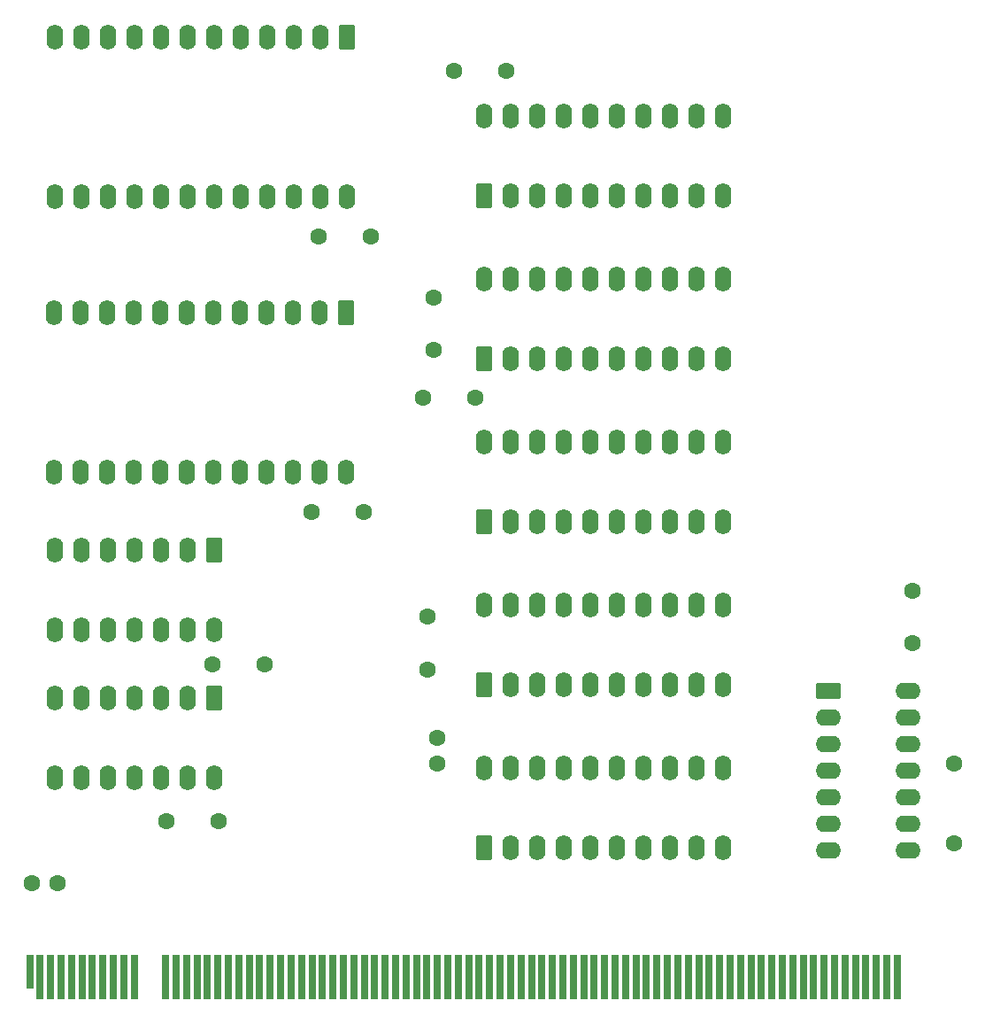
<source format=gbr>
%TF.GenerationSoftware,KiCad,Pcbnew,9.0.5*%
%TF.CreationDate,2025-11-19T18:07:15+02:00*%
%TF.ProjectId,alu_hub,616c755f-6875-4622-9e6b-696361645f70,rev?*%
%TF.SameCoordinates,Original*%
%TF.FileFunction,Soldermask,Bot*%
%TF.FilePolarity,Negative*%
%FSLAX46Y46*%
G04 Gerber Fmt 4.6, Leading zero omitted, Abs format (unit mm)*
G04 Created by KiCad (PCBNEW 9.0.5) date 2025-11-19 18:07:15*
%MOMM*%
%LPD*%
G01*
G04 APERTURE LIST*
G04 Aperture macros list*
%AMRoundRect*
0 Rectangle with rounded corners*
0 $1 Rounding radius*
0 $2 $3 $4 $5 $6 $7 $8 $9 X,Y pos of 4 corners*
0 Add a 4 corners polygon primitive as box body*
4,1,4,$2,$3,$4,$5,$6,$7,$8,$9,$2,$3,0*
0 Add four circle primitives for the rounded corners*
1,1,$1+$1,$2,$3*
1,1,$1+$1,$4,$5*
1,1,$1+$1,$6,$7*
1,1,$1+$1,$8,$9*
0 Add four rect primitives between the rounded corners*
20,1,$1+$1,$2,$3,$4,$5,0*
20,1,$1+$1,$4,$5,$6,$7,0*
20,1,$1+$1,$6,$7,$8,$9,0*
20,1,$1+$1,$8,$9,$2,$3,0*%
G04 Aperture macros list end*
%ADD10C,1.600000*%
%ADD11RoundRect,0.250000X0.550000X-0.950000X0.550000X0.950000X-0.550000X0.950000X-0.550000X-0.950000X0*%
%ADD12O,1.600000X2.400000*%
%ADD13RoundRect,0.250000X-0.550000X0.950000X-0.550000X-0.950000X0.550000X-0.950000X0.550000X0.950000X0*%
%ADD14R,0.700000X3.200000*%
%ADD15R,0.700000X4.300000*%
%ADD16RoundRect,0.250000X-0.950000X-0.550000X0.950000X-0.550000X0.950000X0.550000X-0.950000X0.550000X0*%
%ADD17O,2.400000X1.600000*%
G04 APERTURE END LIST*
D10*
%TO.C,R1*%
X196400000Y-120130000D03*
X196400000Y-127750000D03*
%TD*%
D11*
%TO.C,U8*%
X151445000Y-65795000D03*
D12*
X153985000Y-65795000D03*
X156525000Y-65795000D03*
X159065000Y-65795000D03*
X161605000Y-65795000D03*
X164145000Y-65795000D03*
X166685000Y-65795000D03*
X169225000Y-65795000D03*
X171765000Y-65795000D03*
X174305000Y-65795000D03*
X174305000Y-58175000D03*
X171765000Y-58175000D03*
X169225000Y-58175000D03*
X166685000Y-58175000D03*
X164145000Y-58175000D03*
X161605000Y-58175000D03*
X159065000Y-58175000D03*
X156525000Y-58175000D03*
X153985000Y-58175000D03*
X151445000Y-58175000D03*
%TD*%
D10*
%TO.C,C8*%
X121100000Y-125550000D03*
X126100000Y-125550000D03*
%TD*%
%TO.C,C5*%
X146940000Y-117630000D03*
X146940000Y-120130000D03*
%TD*%
D13*
%TO.C,U9*%
X125670000Y-113860000D03*
D12*
X123130000Y-113860000D03*
X120590000Y-113860000D03*
X118050000Y-113860000D03*
X115510000Y-113860000D03*
X112970000Y-113860000D03*
X110430000Y-113860000D03*
X110430000Y-121480000D03*
X112970000Y-121480000D03*
X115510000Y-121480000D03*
X118050000Y-121480000D03*
X120590000Y-121480000D03*
X123130000Y-121480000D03*
X125670000Y-121480000D03*
%TD*%
D11*
%TO.C,U7*%
X151445000Y-81371200D03*
D12*
X153985000Y-81371200D03*
X156525000Y-81371200D03*
X159065000Y-81371200D03*
X161605000Y-81371200D03*
X164145000Y-81371200D03*
X166685000Y-81371200D03*
X169225000Y-81371200D03*
X171765000Y-81371200D03*
X174305000Y-81371200D03*
X174305000Y-73751200D03*
X171765000Y-73751200D03*
X169225000Y-73751200D03*
X166685000Y-73751200D03*
X164145000Y-73751200D03*
X161605000Y-73751200D03*
X159065000Y-73751200D03*
X156525000Y-73751200D03*
X153985000Y-73751200D03*
X151445000Y-73751200D03*
%TD*%
D10*
%TO.C,C1*%
X153550000Y-53900000D03*
X148550000Y-53900000D03*
%TD*%
%TO.C,C11*%
X110700000Y-131550000D03*
X108200000Y-131550000D03*
%TD*%
%TO.C,C10*%
X135630000Y-69700000D03*
X140630000Y-69700000D03*
%TD*%
%TO.C,C3*%
X145625000Y-85125000D03*
X150625000Y-85125000D03*
%TD*%
D11*
%TO.C,U1*%
X151445000Y-128100000D03*
D12*
X153985000Y-128100000D03*
X156525000Y-128100000D03*
X159065000Y-128100000D03*
X161605000Y-128100000D03*
X164145000Y-128100000D03*
X166685000Y-128100000D03*
X169225000Y-128100000D03*
X171765000Y-128100000D03*
X174305000Y-128100000D03*
X174305000Y-120480000D03*
X171765000Y-120480000D03*
X169225000Y-120480000D03*
X166685000Y-120480000D03*
X164145000Y-120480000D03*
X161605000Y-120480000D03*
X159065000Y-120480000D03*
X156525000Y-120480000D03*
X153985000Y-120480000D03*
X151445000Y-120480000D03*
%TD*%
D10*
%TO.C,C2*%
X146650000Y-80575000D03*
X146650000Y-75575000D03*
%TD*%
D13*
%TO.C,U4*%
X138280000Y-76985000D03*
D12*
X135740000Y-76985000D03*
X133200000Y-76985000D03*
X130660000Y-76985000D03*
X128120000Y-76985000D03*
X125580000Y-76985000D03*
X123040000Y-76985000D03*
X120500000Y-76985000D03*
X117960000Y-76985000D03*
X115420000Y-76985000D03*
X112880000Y-76985000D03*
X110340000Y-76985000D03*
X110340000Y-92225000D03*
X112880000Y-92225000D03*
X115420000Y-92225000D03*
X117960000Y-92225000D03*
X120500000Y-92225000D03*
X123040000Y-92225000D03*
X125580000Y-92225000D03*
X128120000Y-92225000D03*
X130660000Y-92225000D03*
X133200000Y-92225000D03*
X135740000Y-92225000D03*
X138280000Y-92225000D03*
%TD*%
D13*
%TO.C,U5*%
X138380000Y-50655000D03*
D12*
X135840000Y-50655000D03*
X133300000Y-50655000D03*
X130760000Y-50655000D03*
X128220000Y-50655000D03*
X125680000Y-50655000D03*
X123140000Y-50655000D03*
X120600000Y-50655000D03*
X118060000Y-50655000D03*
X115520000Y-50655000D03*
X112980000Y-50655000D03*
X110440000Y-50655000D03*
X110440000Y-65895000D03*
X112980000Y-65895000D03*
X115520000Y-65895000D03*
X118060000Y-65895000D03*
X120600000Y-65895000D03*
X123140000Y-65895000D03*
X125680000Y-65895000D03*
X128220000Y-65895000D03*
X130760000Y-65895000D03*
X133300000Y-65895000D03*
X135840000Y-65895000D03*
X138380000Y-65895000D03*
%TD*%
D14*
%TO.C,BC1*%
X108000000Y-139950000D03*
D15*
X109000000Y-140500000D03*
X110000000Y-140500000D03*
X111000000Y-140500000D03*
X112000000Y-140500000D03*
X113000000Y-140500000D03*
X114000000Y-140500000D03*
X115000000Y-140500000D03*
X116000000Y-140500000D03*
X117000000Y-140500000D03*
X118000000Y-140500000D03*
X121000000Y-140500000D03*
X122000000Y-140500000D03*
X123000000Y-140500000D03*
X124000000Y-140500000D03*
X125000000Y-140500000D03*
X126000000Y-140500000D03*
X127000000Y-140500000D03*
X128000000Y-140500000D03*
X129000000Y-140500000D03*
X130000000Y-140500000D03*
X131000000Y-140500000D03*
X132000000Y-140500000D03*
X133000000Y-140500000D03*
X134000000Y-140500000D03*
X135000000Y-140500000D03*
X136000000Y-140500000D03*
X137000000Y-140500000D03*
X138000000Y-140500000D03*
X139000000Y-140500000D03*
X140000000Y-140500000D03*
X141000000Y-140500000D03*
X142000000Y-140500000D03*
X143000000Y-140500000D03*
X144000000Y-140500000D03*
X145000000Y-140500000D03*
X146000000Y-140500000D03*
X147000000Y-140500000D03*
X148000000Y-140500000D03*
X149000000Y-140500000D03*
X150000000Y-140500000D03*
X151000000Y-140500000D03*
X152000000Y-140500000D03*
X153000000Y-140500000D03*
X154000000Y-140500000D03*
X155000000Y-140500000D03*
X156000000Y-140500000D03*
X157000000Y-140500000D03*
X158000000Y-140500000D03*
X159000000Y-140500000D03*
X160000000Y-140500000D03*
X161000000Y-140500000D03*
X162000000Y-140500000D03*
X163000000Y-140500000D03*
X164000000Y-140500000D03*
X165000000Y-140500000D03*
X166000000Y-140500000D03*
X167000000Y-140500000D03*
X168000000Y-140500000D03*
X169000000Y-140500000D03*
X170000000Y-140500000D03*
X171000000Y-140500000D03*
X172000000Y-140500000D03*
X173000000Y-140500000D03*
X174000000Y-140500000D03*
X175000000Y-140500000D03*
X176000000Y-140500000D03*
X177000000Y-140500000D03*
X178000000Y-140500000D03*
X179000000Y-140500000D03*
X180000000Y-140500000D03*
X181000000Y-140500000D03*
X182000000Y-140500000D03*
X183000000Y-140500000D03*
X184000000Y-140500000D03*
X185000000Y-140500000D03*
X186000000Y-140500000D03*
X187000000Y-140500000D03*
X188000000Y-140500000D03*
X189000000Y-140500000D03*
X190000000Y-140500000D03*
X191000000Y-140500000D03*
%TD*%
D10*
%TO.C,C7*%
X134925000Y-96075000D03*
X139925000Y-96075000D03*
%TD*%
D16*
%TO.C,U3*%
X184380000Y-113140000D03*
D17*
X184380000Y-115680000D03*
X184380000Y-118220000D03*
X184380000Y-120760000D03*
X184380000Y-123300000D03*
X184380000Y-125840000D03*
X184380000Y-128380000D03*
X192000000Y-128380000D03*
X192000000Y-125840000D03*
X192000000Y-123300000D03*
X192000000Y-120760000D03*
X192000000Y-118220000D03*
X192000000Y-115680000D03*
X192000000Y-113140000D03*
%TD*%
D10*
%TO.C,C9*%
X125450000Y-110575000D03*
X130450000Y-110575000D03*
%TD*%
D13*
%TO.C,U10*%
X125670000Y-99680000D03*
D12*
X123130000Y-99680000D03*
X120590000Y-99680000D03*
X118050000Y-99680000D03*
X115510000Y-99680000D03*
X112970000Y-99680000D03*
X110430000Y-99680000D03*
X110430000Y-107300000D03*
X112970000Y-107300000D03*
X115510000Y-107300000D03*
X118050000Y-107300000D03*
X120590000Y-107300000D03*
X123130000Y-107300000D03*
X125670000Y-107300000D03*
%TD*%
D10*
%TO.C,C4*%
X146025000Y-111075000D03*
X146025000Y-106075000D03*
%TD*%
%TO.C,C6*%
X192450000Y-103600000D03*
X192450000Y-108600000D03*
%TD*%
D11*
%TO.C,U2*%
X151445000Y-112523700D03*
D12*
X153985000Y-112523700D03*
X156525000Y-112523700D03*
X159065000Y-112523700D03*
X161605000Y-112523700D03*
X164145000Y-112523700D03*
X166685000Y-112523700D03*
X169225000Y-112523700D03*
X171765000Y-112523700D03*
X174305000Y-112523700D03*
X174305000Y-104903700D03*
X171765000Y-104903700D03*
X169225000Y-104903700D03*
X166685000Y-104903700D03*
X164145000Y-104903700D03*
X161605000Y-104903700D03*
X159065000Y-104903700D03*
X156525000Y-104903700D03*
X153985000Y-104903700D03*
X151445000Y-104903700D03*
%TD*%
D11*
%TO.C,U6*%
X151445000Y-96947500D03*
D12*
X153985000Y-96947500D03*
X156525000Y-96947500D03*
X159065000Y-96947500D03*
X161605000Y-96947500D03*
X164145000Y-96947500D03*
X166685000Y-96947500D03*
X169225000Y-96947500D03*
X171765000Y-96947500D03*
X174305000Y-96947500D03*
X174305000Y-89327500D03*
X171765000Y-89327500D03*
X169225000Y-89327500D03*
X166685000Y-89327500D03*
X164145000Y-89327500D03*
X161605000Y-89327500D03*
X159065000Y-89327500D03*
X156525000Y-89327500D03*
X153985000Y-89327500D03*
X151445000Y-89327500D03*
%TD*%
M02*

</source>
